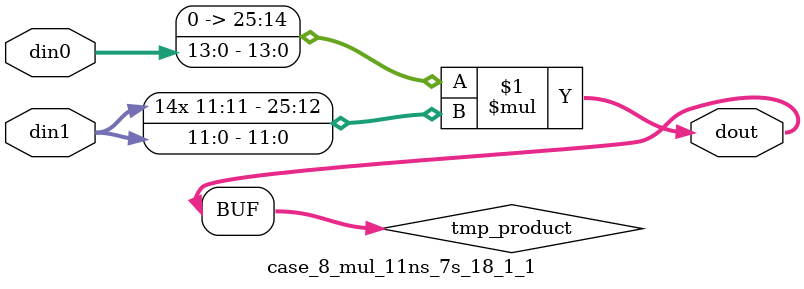
<source format=v>

`timescale 1 ns / 1 ps

 (* use_dsp = "no" *)  module case_8_mul_11ns_7s_18_1_1(din0, din1, dout);
parameter ID = 1;
parameter NUM_STAGE = 0;
parameter din0_WIDTH = 14;
parameter din1_WIDTH = 12;
parameter dout_WIDTH = 26;

input [din0_WIDTH - 1 : 0] din0; 
input [din1_WIDTH - 1 : 0] din1; 
output [dout_WIDTH - 1 : 0] dout;

wire signed [dout_WIDTH - 1 : 0] tmp_product;

























assign tmp_product = $signed({1'b0, din0}) * $signed(din1);










assign dout = tmp_product;





















endmodule

</source>
